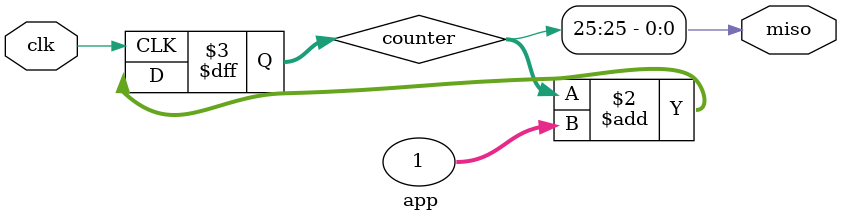
<source format=v>
module app (
    input wire clk,
    output wire miso
);

reg [32:0] counter;
assign miso = counter[25];

always @(posedge clk) begin
    counter <= counter + 1;
end

endmodule

</source>
